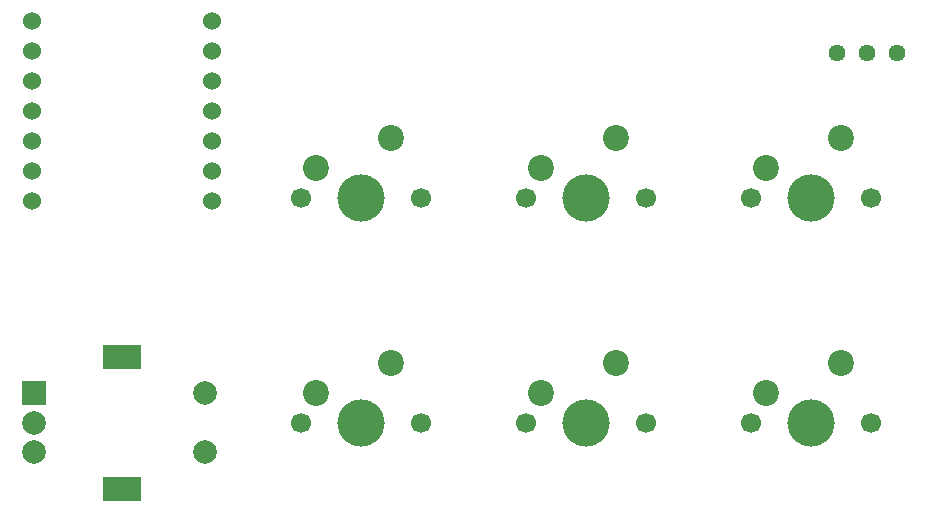
<source format=gbr>
%TF.GenerationSoftware,KiCad,Pcbnew,9.0.2*%
%TF.CreationDate,2025-06-27T12:13:14-04:00*%
%TF.ProjectId,hackpad,6861636b-7061-4642-9e6b-696361645f70,rev?*%
%TF.SameCoordinates,Original*%
%TF.FileFunction,Soldermask,Bot*%
%TF.FilePolarity,Negative*%
%FSLAX46Y46*%
G04 Gerber Fmt 4.6, Leading zero omitted, Abs format (unit mm)*
G04 Created by KiCad (PCBNEW 9.0.2) date 2025-06-27 12:13:14*
%MOMM*%
%LPD*%
G01*
G04 APERTURE LIST*
%ADD10C,2.000000*%
%ADD11R,3.200000X2.000000*%
%ADD12R,2.000000X2.000000*%
%ADD13C,2.200000*%
%ADD14C,1.700000*%
%ADD15C,4.000000*%
%ADD16C,1.524000*%
%ADD17C,1.440000*%
G04 APERTURE END LIST*
D10*
%TO.C,SW7*%
X98750000Y-80843750D03*
X98750000Y-85843750D03*
D11*
X91750000Y-88943750D03*
X91750000Y-77743750D03*
D10*
X84250000Y-83343750D03*
X84250000Y-85843750D03*
D12*
X84250000Y-80843750D03*
%TD*%
D13*
%TO.C,SW3*%
X127158750Y-61753750D03*
X133508750Y-59213750D03*
D14*
X136048750Y-64293750D03*
D15*
X130968750Y-64293750D03*
D14*
X125888750Y-64293750D03*
%TD*%
D16*
%TO.C,U1*%
X99295000Y-49323500D03*
X99295000Y-51863500D03*
X99295000Y-54403500D03*
X99295000Y-56943500D03*
X99295000Y-59483500D03*
X99295000Y-62023500D03*
X99295000Y-64563500D03*
X84055000Y-64563500D03*
X84055000Y-62023500D03*
X84055000Y-59483500D03*
X84055000Y-56943500D03*
X84055000Y-54403500D03*
X84055000Y-51863500D03*
X84055000Y-49323500D03*
%TD*%
D13*
%TO.C,SW2*%
X108108750Y-80803750D03*
X114458750Y-78263750D03*
D14*
X116998750Y-83343750D03*
D15*
X111918750Y-83343750D03*
D14*
X106838750Y-83343750D03*
%TD*%
%TO.C,SW1*%
X106838750Y-64293750D03*
D15*
X111918750Y-64293750D03*
D14*
X116998750Y-64293750D03*
D13*
X114458750Y-59213750D03*
X108108750Y-61753750D03*
%TD*%
D14*
%TO.C,SW6*%
X144938750Y-83343750D03*
D15*
X150018750Y-83343750D03*
D14*
X155098750Y-83343750D03*
D13*
X152558750Y-78263750D03*
X146208750Y-80803750D03*
%TD*%
D14*
%TO.C,SW5*%
X144938750Y-64293750D03*
D15*
X150018750Y-64293750D03*
D14*
X155098750Y-64293750D03*
D13*
X152558750Y-59213750D03*
X146208750Y-61753750D03*
%TD*%
D14*
%TO.C,SW4*%
X125888750Y-83343750D03*
D15*
X130968750Y-83343750D03*
D14*
X136048750Y-83343750D03*
D13*
X133508750Y-78263750D03*
X127158750Y-80803750D03*
%TD*%
D17*
%TO.C,RV1*%
X157290000Y-51995000D03*
X154750000Y-51995000D03*
X152210000Y-51995000D03*
%TD*%
M02*

</source>
